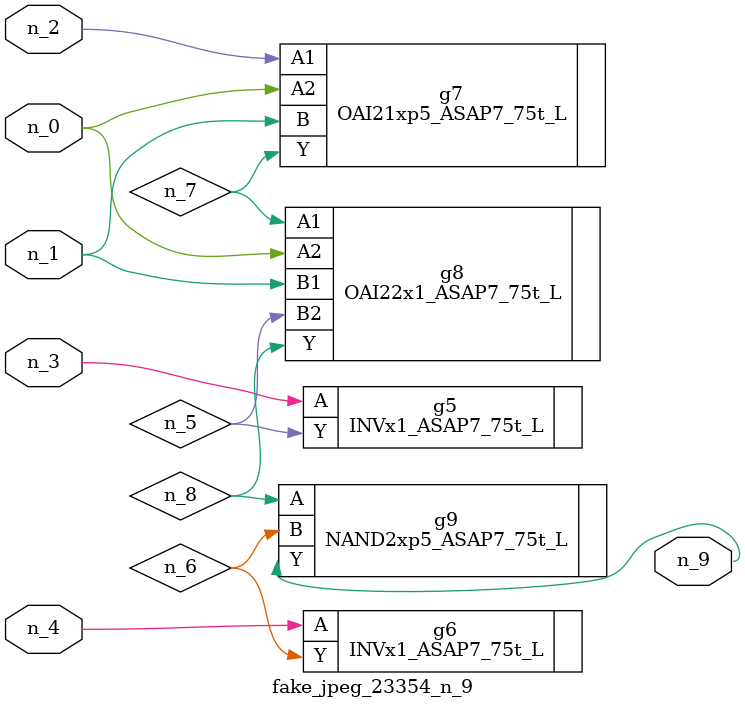
<source format=v>
module fake_jpeg_23354_n_9 (n_3, n_2, n_1, n_0, n_4, n_9);

input n_3;
input n_2;
input n_1;
input n_0;
input n_4;

output n_9;

wire n_8;
wire n_6;
wire n_5;
wire n_7;

INVx1_ASAP7_75t_L g5 ( 
.A(n_3),
.Y(n_5)
);

INVx1_ASAP7_75t_L g6 ( 
.A(n_4),
.Y(n_6)
);

OAI21xp5_ASAP7_75t_L g7 ( 
.A1(n_2),
.A2(n_0),
.B(n_1),
.Y(n_7)
);

OAI22x1_ASAP7_75t_L g8 ( 
.A1(n_7),
.A2(n_0),
.B1(n_1),
.B2(n_5),
.Y(n_8)
);

NAND2xp5_ASAP7_75t_L g9 ( 
.A(n_8),
.B(n_6),
.Y(n_9)
);


endmodule
</source>
